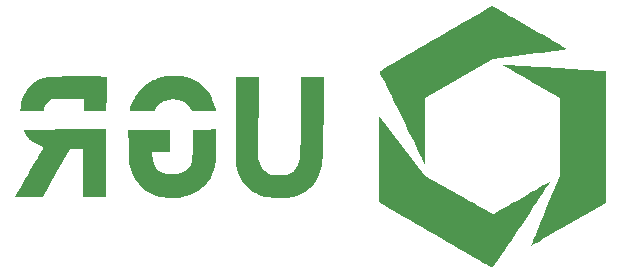
<source format=gbo>
%TF.GenerationSoftware,KiCad,Pcbnew,(6.0.1)*%
%TF.CreationDate,2022-03-14T14:07:41+00:00*%
%TF.ProjectId,UGR-22 Screen,5547522d-3232-4205-9363-7265656e2e6b,rev?*%
%TF.SameCoordinates,Original*%
%TF.FileFunction,Legend,Bot*%
%TF.FilePolarity,Positive*%
%FSLAX46Y46*%
G04 Gerber Fmt 4.6, Leading zero omitted, Abs format (unit mm)*
G04 Created by KiCad (PCBNEW (6.0.1)) date 2022-03-14 14:07:41*
%MOMM*%
%LPD*%
G01*
G04 APERTURE LIST*
G04 APERTURE END LIST*
%TO.C,G\u002A\u002A\u002A*%
G36*
X123327963Y-122758743D02*
G01*
X123418921Y-122805810D01*
X123577898Y-122892454D01*
X123797461Y-123014409D01*
X124070179Y-123167408D01*
X124388618Y-123347184D01*
X124745348Y-123549472D01*
X125132936Y-123770004D01*
X125543949Y-124004515D01*
X125970957Y-124248737D01*
X126406526Y-124498405D01*
X126843224Y-124749252D01*
X127273620Y-124997011D01*
X127690281Y-125237417D01*
X128085776Y-125466202D01*
X128452671Y-125679100D01*
X128783536Y-125871844D01*
X129070937Y-126040169D01*
X129307443Y-126179808D01*
X129485622Y-126286493D01*
X129598042Y-126355960D01*
X129637270Y-126383941D01*
X129618826Y-126388921D01*
X129519267Y-126405995D01*
X129339964Y-126433485D01*
X129088330Y-126470346D01*
X128771777Y-126515531D01*
X128397718Y-126567998D01*
X127973567Y-126626699D01*
X127506737Y-126690591D01*
X127004641Y-126758629D01*
X126474692Y-126829767D01*
X123311497Y-127252417D01*
X117635161Y-130532299D01*
X117634369Y-133355809D01*
X117634356Y-133394634D01*
X117633844Y-133894098D01*
X117632734Y-134363856D01*
X117631085Y-134796034D01*
X117628958Y-135182758D01*
X117626411Y-135516153D01*
X117623505Y-135788346D01*
X117620297Y-135991461D01*
X117616849Y-136117624D01*
X117613219Y-136158960D01*
X117601204Y-136137673D01*
X117551517Y-136041047D01*
X117466896Y-135873023D01*
X117350797Y-135640623D01*
X117206676Y-135350869D01*
X117037987Y-135010785D01*
X116848188Y-134627392D01*
X116640733Y-134207713D01*
X116419078Y-133758770D01*
X116186679Y-133287587D01*
X115946992Y-132801184D01*
X115703472Y-132306586D01*
X115459574Y-131810814D01*
X115218756Y-131320891D01*
X114984472Y-130843839D01*
X114760178Y-130386681D01*
X114549329Y-129956439D01*
X114355382Y-129560136D01*
X114181792Y-129204793D01*
X114032015Y-128897435D01*
X113909506Y-128645083D01*
X113817721Y-128454759D01*
X113760116Y-128333486D01*
X113740146Y-128288287D01*
X113754318Y-128277241D01*
X113838731Y-128223931D01*
X113993923Y-128130032D01*
X114213878Y-127999024D01*
X114492578Y-127834391D01*
X114824007Y-127639612D01*
X115202149Y-127418169D01*
X115620986Y-127173544D01*
X116074504Y-126909218D01*
X116556685Y-126628673D01*
X117061512Y-126335389D01*
X117582969Y-126032848D01*
X118115040Y-125724532D01*
X118651707Y-125413922D01*
X119186956Y-125104499D01*
X119714768Y-124799745D01*
X120229127Y-124503141D01*
X120724018Y-124218169D01*
X121193423Y-123948310D01*
X121631326Y-123697045D01*
X122031710Y-123467855D01*
X122388559Y-123264223D01*
X122695856Y-123089629D01*
X122947585Y-122947555D01*
X123137729Y-122841482D01*
X123260272Y-122774892D01*
X123309197Y-122751266D01*
X123327963Y-122758743D01*
G37*
G36*
X96590045Y-128647666D02*
G01*
X96990823Y-128682178D01*
X97348676Y-128752195D01*
X97692339Y-128864044D01*
X98050548Y-129024052D01*
X98511484Y-129298220D01*
X98923974Y-129645918D01*
X99270925Y-130059123D01*
X99553130Y-130538637D01*
X99598549Y-130638642D01*
X99678504Y-130841725D01*
X99754965Y-131064146D01*
X99819733Y-131279745D01*
X99864607Y-131462362D01*
X99881387Y-131585838D01*
X99880229Y-131599747D01*
X99866373Y-131623309D01*
X99827700Y-131640738D01*
X99752897Y-131652948D01*
X99630649Y-131660854D01*
X99449643Y-131665368D01*
X99198566Y-131667407D01*
X98866104Y-131667883D01*
X97850820Y-131667883D01*
X97707727Y-131414336D01*
X97585647Y-131230039D01*
X97331637Y-130974859D01*
X97020405Y-130789738D01*
X96657033Y-130677370D01*
X96246607Y-130640445D01*
X95910283Y-130669128D01*
X95535033Y-130775343D01*
X95205860Y-130955312D01*
X94931157Y-131204218D01*
X94719312Y-131517244D01*
X94641415Y-131667883D01*
X92594063Y-131667883D01*
X92626490Y-131494069D01*
X92653949Y-131375450D01*
X92742842Y-131103739D01*
X92866898Y-130805534D01*
X93012437Y-130512256D01*
X93165779Y-130255327D01*
X93285921Y-130086471D01*
X93660202Y-129664118D01*
X94092312Y-129307494D01*
X94570680Y-129026717D01*
X94701261Y-128965106D01*
X95021921Y-128829139D01*
X95313165Y-128735461D01*
X95605195Y-128677391D01*
X95928209Y-128648247D01*
X96312409Y-128641347D01*
X96590045Y-128647666D01*
G37*
G36*
X90611314Y-134371800D02*
G01*
X90611139Y-134506785D01*
X90609402Y-134883384D01*
X90606000Y-135320529D01*
X90601178Y-135795610D01*
X90595179Y-136286015D01*
X90588247Y-136769131D01*
X90580624Y-137222347D01*
X90549934Y-138898540D01*
X89595679Y-138898554D01*
X88641424Y-138898567D01*
X88653961Y-136859138D01*
X88666498Y-134819708D01*
X87519984Y-134819708D01*
X86365741Y-136858685D01*
X85211497Y-138897662D01*
X82863243Y-138898540D01*
X82956180Y-138747901D01*
X82956522Y-138747345D01*
X82999029Y-138676446D01*
X83083311Y-138534228D01*
X83204359Y-138329200D01*
X83357163Y-138069871D01*
X83536713Y-137764750D01*
X83737999Y-137422345D01*
X83956010Y-137051165D01*
X84185737Y-136659718D01*
X84354075Y-136372390D01*
X84592991Y-135962699D01*
X84789372Y-135622847D01*
X84946439Y-135346853D01*
X85067417Y-135128741D01*
X85155527Y-134962532D01*
X85213993Y-134842247D01*
X85246037Y-134761908D01*
X85254882Y-134715537D01*
X85243752Y-134697156D01*
X85043684Y-134620756D01*
X84730764Y-134460717D01*
X84432541Y-134265553D01*
X84187653Y-134058625D01*
X84101414Y-133967089D01*
X83963140Y-133801974D01*
X83831258Y-133625962D01*
X83719657Y-133459020D01*
X83642223Y-133321113D01*
X83612844Y-133232208D01*
X83613263Y-133231664D01*
X83666871Y-133226120D01*
X83805353Y-133220858D01*
X84021570Y-133215950D01*
X84308382Y-133211466D01*
X84658647Y-133207478D01*
X85065225Y-133204055D01*
X85520976Y-133201270D01*
X86018759Y-133199192D01*
X86551435Y-133197894D01*
X87111862Y-133197445D01*
X90611314Y-133197445D01*
X90611314Y-134371800D01*
G37*
G36*
X115674862Y-134563466D02*
G01*
X117632754Y-137107455D01*
X120467894Y-138746739D01*
X120824093Y-138952238D01*
X121278038Y-139212762D01*
X121704316Y-139455878D01*
X122096375Y-139677927D01*
X122447661Y-139875252D01*
X122751621Y-140044193D01*
X123001701Y-140181094D01*
X123191348Y-140282294D01*
X123314008Y-140344137D01*
X123363129Y-140362963D01*
X123405512Y-140340367D01*
X123522202Y-140274842D01*
X123705302Y-140170728D01*
X123947593Y-140032168D01*
X124241856Y-139863304D01*
X124580873Y-139668280D01*
X124957423Y-139451239D01*
X125364290Y-139216324D01*
X125794253Y-138967678D01*
X126193400Y-138737045D01*
X126599271Y-138503333D01*
X126974275Y-138288221D01*
X127311371Y-138095708D01*
X127603520Y-137929790D01*
X127843682Y-137794464D01*
X128024817Y-137693728D01*
X128139885Y-137631579D01*
X128181845Y-137612015D01*
X128180261Y-137616199D01*
X128142713Y-137678387D01*
X128058224Y-137810708D01*
X127930312Y-138007829D01*
X127762492Y-138264415D01*
X127558280Y-138575132D01*
X127321192Y-138934648D01*
X127054744Y-139337626D01*
X126762453Y-139778735D01*
X126447833Y-140252639D01*
X126114400Y-140754005D01*
X125765672Y-141277499D01*
X125681160Y-141404257D01*
X125282509Y-142002002D01*
X124931397Y-142527947D01*
X124624648Y-142986592D01*
X124359088Y-143382435D01*
X124131542Y-143719976D01*
X123938836Y-144003714D01*
X123777795Y-144238148D01*
X123645244Y-144427778D01*
X123538008Y-144577102D01*
X123452913Y-144690619D01*
X123386784Y-144772830D01*
X123336446Y-144828232D01*
X123298725Y-144861326D01*
X123270446Y-144876610D01*
X123248435Y-144878584D01*
X123229516Y-144871746D01*
X123229015Y-144871481D01*
X123152628Y-144829084D01*
X123004554Y-144745069D01*
X122790872Y-144622953D01*
X122517662Y-144466254D01*
X122191004Y-144278488D01*
X121816976Y-144063174D01*
X121401659Y-143823827D01*
X120951131Y-143563967D01*
X120471474Y-143287109D01*
X119968765Y-142996772D01*
X119449086Y-142696472D01*
X118918515Y-142389727D01*
X118383131Y-142080054D01*
X117849015Y-141770971D01*
X117322246Y-141465994D01*
X116808904Y-141168642D01*
X116315068Y-140882431D01*
X115846818Y-140610879D01*
X115410233Y-140357502D01*
X115011393Y-140125820D01*
X114656377Y-139919347D01*
X114351266Y-139741603D01*
X114102138Y-139596104D01*
X113915073Y-139486368D01*
X113796151Y-139415911D01*
X113751451Y-139388252D01*
X113743762Y-139373055D01*
X113733790Y-139320064D01*
X113725303Y-139225946D01*
X113718236Y-139085543D01*
X113712525Y-138893698D01*
X113708105Y-138645255D01*
X113704912Y-138335055D01*
X113702882Y-137957944D01*
X113701951Y-137508763D01*
X113702053Y-136982355D01*
X113703124Y-136373565D01*
X113705101Y-135677234D01*
X113716971Y-132019477D01*
X115674862Y-134563466D01*
G37*
G36*
X124319617Y-127707268D02*
G01*
X124379567Y-127712434D01*
X124527068Y-127723127D01*
X124753829Y-127738700D01*
X125052968Y-127758706D01*
X125417603Y-127782695D01*
X125840851Y-127810223D01*
X126315832Y-127840839D01*
X126835663Y-127874099D01*
X127393463Y-127909553D01*
X127982348Y-127946755D01*
X128595438Y-127985257D01*
X129171732Y-128021486D01*
X129760126Y-128058782D01*
X130317032Y-128094392D01*
X130835669Y-128127869D01*
X131309255Y-128158764D01*
X131731007Y-128186629D01*
X132094145Y-128211016D01*
X132391886Y-128231476D01*
X132617448Y-128247562D01*
X132764050Y-128258824D01*
X132824909Y-128264815D01*
X132929197Y-128286072D01*
X132928194Y-133835646D01*
X132927191Y-139385219D01*
X129787957Y-141201245D01*
X129653461Y-141279035D01*
X129164119Y-141561803D01*
X128699575Y-141829843D01*
X128265983Y-142079627D01*
X127869502Y-142307626D01*
X127516285Y-142510311D01*
X127212489Y-142684152D01*
X126964271Y-142825620D01*
X126777785Y-142931187D01*
X126659189Y-142997322D01*
X126614637Y-143020497D01*
X126610281Y-143021291D01*
X126603108Y-143022494D01*
X126599015Y-143018483D01*
X126600303Y-143003509D01*
X126609274Y-142971820D01*
X126628228Y-142917666D01*
X126659466Y-142835296D01*
X126705290Y-142718961D01*
X126767999Y-142562910D01*
X126849895Y-142361393D01*
X126953280Y-142108658D01*
X127080452Y-141798956D01*
X127233715Y-141426536D01*
X127415368Y-140985648D01*
X127627712Y-140470542D01*
X127873048Y-139875466D01*
X128989416Y-137167539D01*
X128989416Y-130524570D01*
X127077464Y-129418990D01*
X126758636Y-129234714D01*
X126358671Y-129003775D01*
X125974638Y-128782280D01*
X125617251Y-128576397D01*
X125297226Y-128392294D01*
X125025278Y-128236139D01*
X124812121Y-128114099D01*
X124668472Y-128032343D01*
X124655412Y-128024947D01*
X124466876Y-127915654D01*
X124312777Y-127821780D01*
X124208694Y-127753111D01*
X124170206Y-127719428D01*
X124170671Y-127716726D01*
X124218016Y-127702396D01*
X124319617Y-127707268D01*
G37*
G36*
X88637762Y-128701509D02*
G01*
X89114808Y-128702067D01*
X89510117Y-128703441D01*
X89831284Y-128705873D01*
X90085906Y-128709604D01*
X90281580Y-128714876D01*
X90425902Y-128721931D01*
X90526469Y-128731009D01*
X90590877Y-128742353D01*
X90626722Y-128756204D01*
X90641601Y-128772804D01*
X90644087Y-128786285D01*
X90648849Y-128880961D01*
X90651015Y-129051756D01*
X90650640Y-129286666D01*
X90647780Y-129573682D01*
X90642489Y-129900801D01*
X90634822Y-130256015D01*
X90600666Y-131667883D01*
X88710949Y-131667883D01*
X88710949Y-130597925D01*
X87324658Y-130611462D01*
X85938367Y-130625000D01*
X85762181Y-130767666D01*
X85758965Y-130770284D01*
X85576369Y-130969660D01*
X85434650Y-131222121D01*
X85354596Y-131490784D01*
X85326277Y-131667883D01*
X83327637Y-131667883D01*
X83357817Y-131401368D01*
X83429839Y-130969808D01*
X83584909Y-130459489D01*
X83806608Y-130007481D01*
X84091580Y-129617431D01*
X84436469Y-129292988D01*
X84837919Y-129037800D01*
X85292574Y-128855513D01*
X85797078Y-128749778D01*
X85871318Y-128742977D01*
X86056261Y-128733107D01*
X86317010Y-128724232D01*
X86643292Y-128716543D01*
X87024836Y-128710230D01*
X87451370Y-128705485D01*
X87912623Y-128702498D01*
X88398323Y-128701460D01*
X88637762Y-128701509D01*
G37*
G36*
X103480663Y-135723540D02*
G01*
X103584741Y-136035119D01*
X103626480Y-136145841D01*
X103809600Y-136468092D01*
X104060859Y-136736829D01*
X104367982Y-136937903D01*
X104458316Y-136980745D01*
X104561466Y-137020914D01*
X104668491Y-137046370D01*
X104801595Y-137060437D01*
X104982982Y-137066439D01*
X105234854Y-137067700D01*
X105391410Y-137067278D01*
X105602550Y-137063244D01*
X105756140Y-137052338D01*
X105874464Y-137031436D01*
X105979806Y-136997411D01*
X106094451Y-136947138D01*
X106201537Y-136891946D01*
X106379998Y-136782930D01*
X106522240Y-136676658D01*
X106531010Y-136668821D01*
X106689809Y-136480720D01*
X106833049Y-136229918D01*
X106946946Y-135944865D01*
X107017715Y-135654014D01*
X107026640Y-135560516D01*
X107035990Y-135373928D01*
X107044311Y-135110065D01*
X107051462Y-134777148D01*
X107057297Y-134383397D01*
X107061673Y-133937033D01*
X107064447Y-133446275D01*
X107065475Y-132919343D01*
X107065486Y-132880650D01*
X107066282Y-132378489D01*
X107068198Y-131876924D01*
X107071111Y-131389113D01*
X107074899Y-130928212D01*
X107079437Y-130507381D01*
X107084603Y-130139776D01*
X107090275Y-129838556D01*
X107096329Y-129616879D01*
X107126701Y-128747810D01*
X109012409Y-128747810D01*
X109009261Y-131262317D01*
X109008442Y-131703228D01*
X109005346Y-132493057D01*
X109000130Y-133197349D01*
X108992631Y-133820819D01*
X108982689Y-134368185D01*
X108970141Y-134844167D01*
X108954827Y-135253480D01*
X108936584Y-135600843D01*
X108915251Y-135890973D01*
X108890667Y-136128589D01*
X108862670Y-136318407D01*
X108831098Y-136465146D01*
X108714152Y-136828469D01*
X108552838Y-137204731D01*
X108365458Y-137550453D01*
X108167062Y-137834598D01*
X107841475Y-138167843D01*
X107430534Y-138466190D01*
X106958539Y-138706052D01*
X106434252Y-138883021D01*
X105866436Y-138992684D01*
X105810475Y-138999067D01*
X105494719Y-139016561D01*
X105131045Y-139013105D01*
X104754128Y-138990597D01*
X104398645Y-138950934D01*
X104099270Y-138896013D01*
X104058575Y-138885847D01*
X103813061Y-138811444D01*
X103547027Y-138714101D01*
X103311314Y-138612133D01*
X103205748Y-138558311D01*
X102791703Y-138283970D01*
X102427027Y-137935618D01*
X102116768Y-137519754D01*
X101865978Y-137042880D01*
X101679705Y-136511496D01*
X101662662Y-136447485D01*
X101640908Y-136355218D01*
X101623005Y-136257760D01*
X101608464Y-136145389D01*
X101596797Y-136008380D01*
X101587515Y-135837011D01*
X101580130Y-135621559D01*
X101574153Y-135352300D01*
X101569096Y-135019511D01*
X101564471Y-134613470D01*
X101559788Y-134124452D01*
X101556625Y-133656824D01*
X101555095Y-133101902D01*
X101555476Y-132522432D01*
X101557675Y-131941859D01*
X101561601Y-131383633D01*
X101567161Y-130871201D01*
X101574265Y-130428011D01*
X101607152Y-128747810D01*
X103503565Y-128747810D01*
X103480663Y-135723540D01*
G37*
G36*
X99927738Y-134465087D02*
G01*
X99926233Y-134848762D01*
X99919072Y-135274117D01*
X99904742Y-135630144D01*
X99881850Y-135929969D01*
X99849003Y-136186722D01*
X99804806Y-136413530D01*
X99747868Y-136623521D01*
X99676795Y-136829823D01*
X99472203Y-137268321D01*
X99174609Y-137705366D01*
X98807649Y-138088307D01*
X98377231Y-138412757D01*
X97889267Y-138674332D01*
X97349667Y-138868643D01*
X96764340Y-138991305D01*
X96487157Y-139014063D01*
X96141769Y-139014984D01*
X95773908Y-138994350D01*
X95417708Y-138954120D01*
X95107300Y-138896252D01*
X94654826Y-138755752D01*
X94164408Y-138518485D01*
X93727416Y-138208457D01*
X93348019Y-137829936D01*
X93030383Y-137387190D01*
X92778678Y-136884487D01*
X92597072Y-136326095D01*
X92585023Y-136276810D01*
X92557089Y-136151619D01*
X92535400Y-136027983D01*
X92519146Y-135892436D01*
X92507515Y-135731515D01*
X92499697Y-135531753D01*
X92494882Y-135279687D01*
X92492257Y-134961851D01*
X92491014Y-134564781D01*
X92488504Y-133220620D01*
X96011132Y-133220620D01*
X96011132Y-135074635D01*
X95230345Y-135087363D01*
X94449557Y-135100091D01*
X94480237Y-135388640D01*
X94532709Y-135718972D01*
X94655346Y-136111956D01*
X94836558Y-136433160D01*
X95076601Y-136682831D01*
X95375732Y-136861217D01*
X95734207Y-136968567D01*
X96152283Y-137005127D01*
X96585026Y-136973746D01*
X96963984Y-136874174D01*
X97285933Y-136704983D01*
X97554518Y-136464769D01*
X97593651Y-136419802D01*
X97681134Y-136311434D01*
X97750804Y-136204921D01*
X97804955Y-136088443D01*
X97845884Y-135950180D01*
X97875887Y-135778313D01*
X97897258Y-135561024D01*
X97912293Y-135286494D01*
X97923288Y-134942902D01*
X97932538Y-134518430D01*
X97957847Y-133220620D01*
X98942792Y-133208111D01*
X99927738Y-133195601D01*
X99927738Y-134465087D01*
G37*
%TD*%
M02*

</source>
